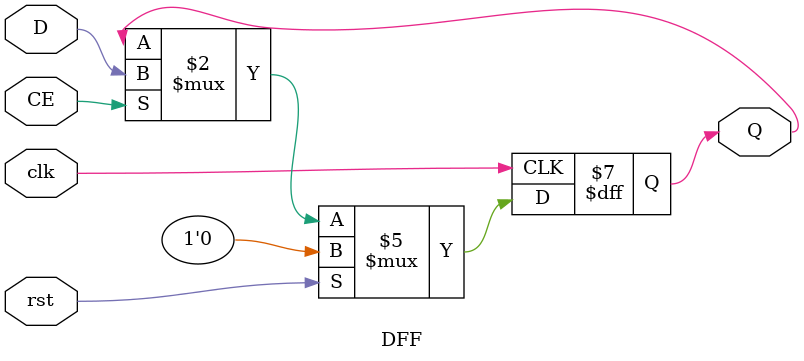
<source format=v>
module DFF(clk, Q, D, rst, CE);
    parameter WIDTH = 1;
    parameter RSTTYPE = "SYNC";
    input clk;
    input rst;
    input CE;
    input [WIDTH-1:0] D;
    output reg [WIDTH-1:0] Q;
    generate
        if (RSTTYPE == "ASYNC") begin
            always @(posedge clk or posedge rst) begin
                if (rst) 
                    Q <= {WIDTH{1'b0}};
                else if (CE)
                    Q <= D;
            end
        end
        else begin // If -> RSTTYPE = "SYNC"
            always @(posedge clk) begin
                if (rst) 
                    Q <= {WIDTH{1'b0}};
                else if (CE)
                    Q <= D;
            end
        end
    endgenerate
endmodule
</source>
